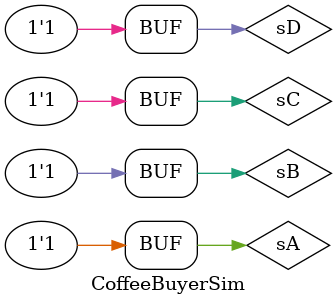
<source format=sv>
`timescale 1ns / 1ps


module CoffeeBuyerSim();

logic sA,sB,sC,sD,sX;

CoffeeBuyerModule UUT (
   .A(sA), .B(sB), .C(sC), .D(sD), .X(sX));
   
   initial begin
   sA =0; sB=0; sC =0; sD=0;
   #10;
   sD=1;
   #10;
   sC=1; sD=0;
   #10;
   sD=1;
   #10;
   sB=1; sC=0; sD=0;
   #10;
   sD=1;
   #10;
   sC=1; sD=0;
   #10;
   sD=1;
   #10;
   sA=1; sB=0;sC=0;sD=0;
   #10;
   sD=1;
   #10;
   sC=1; sD=0;
   #10;
   sD=1;
   #10;
   sB=1; sC=0; sD=0;
   #10;
   sD=1;
   #10;
   sC=1; sD=0;
   #10;
   sD=1;
   end;
   
endmodule

</source>
